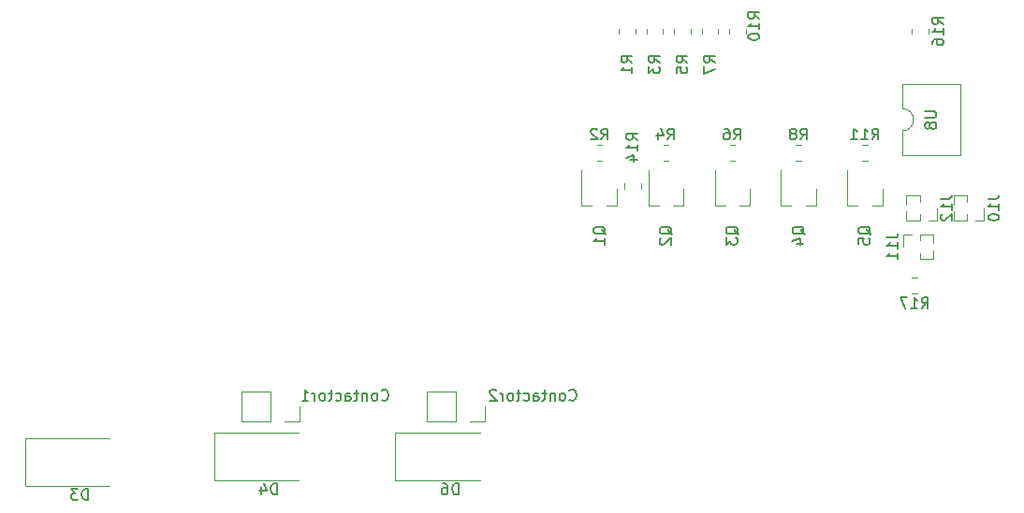
<source format=gbr>
%TF.GenerationSoftware,KiCad,Pcbnew,7.0.9*%
%TF.CreationDate,2024-06-03T12:22:40+05:30*%
%TF.ProjectId,Precharge,50726563-6861-4726-9765-2e6b69636164,rev?*%
%TF.SameCoordinates,Original*%
%TF.FileFunction,Legend,Bot*%
%TF.FilePolarity,Positive*%
%FSLAX46Y46*%
G04 Gerber Fmt 4.6, Leading zero omitted, Abs format (unit mm)*
G04 Created by KiCad (PCBNEW 7.0.9) date 2024-06-03 12:22:40*
%MOMM*%
%LPD*%
G01*
G04 APERTURE LIST*
%ADD10C,0.150000*%
%ADD11C,0.120000*%
G04 APERTURE END LIST*
D10*
X122454819Y-26238095D02*
X123264342Y-26238095D01*
X123264342Y-26238095D02*
X123359580Y-26285714D01*
X123359580Y-26285714D02*
X123407200Y-26333333D01*
X123407200Y-26333333D02*
X123454819Y-26428571D01*
X123454819Y-26428571D02*
X123454819Y-26619047D01*
X123454819Y-26619047D02*
X123407200Y-26714285D01*
X123407200Y-26714285D02*
X123359580Y-26761904D01*
X123359580Y-26761904D02*
X123264342Y-26809523D01*
X123264342Y-26809523D02*
X122454819Y-26809523D01*
X122883390Y-27428571D02*
X122835771Y-27333333D01*
X122835771Y-27333333D02*
X122788152Y-27285714D01*
X122788152Y-27285714D02*
X122692914Y-27238095D01*
X122692914Y-27238095D02*
X122645295Y-27238095D01*
X122645295Y-27238095D02*
X122550057Y-27285714D01*
X122550057Y-27285714D02*
X122502438Y-27333333D01*
X122502438Y-27333333D02*
X122454819Y-27428571D01*
X122454819Y-27428571D02*
X122454819Y-27619047D01*
X122454819Y-27619047D02*
X122502438Y-27714285D01*
X122502438Y-27714285D02*
X122550057Y-27761904D01*
X122550057Y-27761904D02*
X122645295Y-27809523D01*
X122645295Y-27809523D02*
X122692914Y-27809523D01*
X122692914Y-27809523D02*
X122788152Y-27761904D01*
X122788152Y-27761904D02*
X122835771Y-27714285D01*
X122835771Y-27714285D02*
X122883390Y-27619047D01*
X122883390Y-27619047D02*
X122883390Y-27428571D01*
X122883390Y-27428571D02*
X122931009Y-27333333D01*
X122931009Y-27333333D02*
X122978628Y-27285714D01*
X122978628Y-27285714D02*
X123073866Y-27238095D01*
X123073866Y-27238095D02*
X123264342Y-27238095D01*
X123264342Y-27238095D02*
X123359580Y-27285714D01*
X123359580Y-27285714D02*
X123407200Y-27333333D01*
X123407200Y-27333333D02*
X123454819Y-27428571D01*
X123454819Y-27428571D02*
X123454819Y-27619047D01*
X123454819Y-27619047D02*
X123407200Y-27714285D01*
X123407200Y-27714285D02*
X123359580Y-27761904D01*
X123359580Y-27761904D02*
X123264342Y-27809523D01*
X123264342Y-27809523D02*
X123073866Y-27809523D01*
X123073866Y-27809523D02*
X122978628Y-27761904D01*
X122978628Y-27761904D02*
X122931009Y-27714285D01*
X122931009Y-27714285D02*
X122883390Y-27619047D01*
X122142857Y-44104819D02*
X122476190Y-43628628D01*
X122714285Y-44104819D02*
X122714285Y-43104819D01*
X122714285Y-43104819D02*
X122333333Y-43104819D01*
X122333333Y-43104819D02*
X122238095Y-43152438D01*
X122238095Y-43152438D02*
X122190476Y-43200057D01*
X122190476Y-43200057D02*
X122142857Y-43295295D01*
X122142857Y-43295295D02*
X122142857Y-43438152D01*
X122142857Y-43438152D02*
X122190476Y-43533390D01*
X122190476Y-43533390D02*
X122238095Y-43581009D01*
X122238095Y-43581009D02*
X122333333Y-43628628D01*
X122333333Y-43628628D02*
X122714285Y-43628628D01*
X121190476Y-44104819D02*
X121761904Y-44104819D01*
X121476190Y-44104819D02*
X121476190Y-43104819D01*
X121476190Y-43104819D02*
X121571428Y-43247676D01*
X121571428Y-43247676D02*
X121666666Y-43342914D01*
X121666666Y-43342914D02*
X121761904Y-43390533D01*
X120857142Y-43104819D02*
X120190476Y-43104819D01*
X120190476Y-43104819D02*
X120619047Y-44104819D01*
X124104819Y-18357142D02*
X123628628Y-18023809D01*
X124104819Y-17785714D02*
X123104819Y-17785714D01*
X123104819Y-17785714D02*
X123104819Y-18166666D01*
X123104819Y-18166666D02*
X123152438Y-18261904D01*
X123152438Y-18261904D02*
X123200057Y-18309523D01*
X123200057Y-18309523D02*
X123295295Y-18357142D01*
X123295295Y-18357142D02*
X123438152Y-18357142D01*
X123438152Y-18357142D02*
X123533390Y-18309523D01*
X123533390Y-18309523D02*
X123581009Y-18261904D01*
X123581009Y-18261904D02*
X123628628Y-18166666D01*
X123628628Y-18166666D02*
X123628628Y-17785714D01*
X124104819Y-19309523D02*
X124104819Y-18738095D01*
X124104819Y-19023809D02*
X123104819Y-19023809D01*
X123104819Y-19023809D02*
X123247676Y-18928571D01*
X123247676Y-18928571D02*
X123342914Y-18833333D01*
X123342914Y-18833333D02*
X123390533Y-18738095D01*
X123104819Y-20166666D02*
X123104819Y-19976190D01*
X123104819Y-19976190D02*
X123152438Y-19880952D01*
X123152438Y-19880952D02*
X123200057Y-19833333D01*
X123200057Y-19833333D02*
X123342914Y-19738095D01*
X123342914Y-19738095D02*
X123533390Y-19690476D01*
X123533390Y-19690476D02*
X123914342Y-19690476D01*
X123914342Y-19690476D02*
X124009580Y-19738095D01*
X124009580Y-19738095D02*
X124057200Y-19785714D01*
X124057200Y-19785714D02*
X124104819Y-19880952D01*
X124104819Y-19880952D02*
X124104819Y-20071428D01*
X124104819Y-20071428D02*
X124057200Y-20166666D01*
X124057200Y-20166666D02*
X124009580Y-20214285D01*
X124009580Y-20214285D02*
X123914342Y-20261904D01*
X123914342Y-20261904D02*
X123676247Y-20261904D01*
X123676247Y-20261904D02*
X123581009Y-20214285D01*
X123581009Y-20214285D02*
X123533390Y-20166666D01*
X123533390Y-20166666D02*
X123485771Y-20071428D01*
X123485771Y-20071428D02*
X123485771Y-19880952D01*
X123485771Y-19880952D02*
X123533390Y-19785714D01*
X123533390Y-19785714D02*
X123581009Y-19738095D01*
X123581009Y-19738095D02*
X123676247Y-19690476D01*
X123879819Y-34190476D02*
X124594104Y-34190476D01*
X124594104Y-34190476D02*
X124736961Y-34142857D01*
X124736961Y-34142857D02*
X124832200Y-34047619D01*
X124832200Y-34047619D02*
X124879819Y-33904762D01*
X124879819Y-33904762D02*
X124879819Y-33809524D01*
X124879819Y-35190476D02*
X124879819Y-34619048D01*
X124879819Y-34904762D02*
X123879819Y-34904762D01*
X123879819Y-34904762D02*
X124022676Y-34809524D01*
X124022676Y-34809524D02*
X124117914Y-34714286D01*
X124117914Y-34714286D02*
X124165533Y-34619048D01*
X123975057Y-35571429D02*
X123927438Y-35619048D01*
X123927438Y-35619048D02*
X123879819Y-35714286D01*
X123879819Y-35714286D02*
X123879819Y-35952381D01*
X123879819Y-35952381D02*
X123927438Y-36047619D01*
X123927438Y-36047619D02*
X123975057Y-36095238D01*
X123975057Y-36095238D02*
X124070295Y-36142857D01*
X124070295Y-36142857D02*
X124165533Y-36142857D01*
X124165533Y-36142857D02*
X124308390Y-36095238D01*
X124308390Y-36095238D02*
X124879819Y-35523810D01*
X124879819Y-35523810D02*
X124879819Y-36142857D01*
X118989819Y-37690476D02*
X119704104Y-37690476D01*
X119704104Y-37690476D02*
X119846961Y-37642857D01*
X119846961Y-37642857D02*
X119942200Y-37547619D01*
X119942200Y-37547619D02*
X119989819Y-37404762D01*
X119989819Y-37404762D02*
X119989819Y-37309524D01*
X119989819Y-38690476D02*
X119989819Y-38119048D01*
X119989819Y-38404762D02*
X118989819Y-38404762D01*
X118989819Y-38404762D02*
X119132676Y-38309524D01*
X119132676Y-38309524D02*
X119227914Y-38214286D01*
X119227914Y-38214286D02*
X119275533Y-38119048D01*
X119989819Y-39642857D02*
X119989819Y-39071429D01*
X119989819Y-39357143D02*
X118989819Y-39357143D01*
X118989819Y-39357143D02*
X119132676Y-39261905D01*
X119132676Y-39261905D02*
X119227914Y-39166667D01*
X119227914Y-39166667D02*
X119275533Y-39071429D01*
X128149819Y-34190476D02*
X128864104Y-34190476D01*
X128864104Y-34190476D02*
X129006961Y-34142857D01*
X129006961Y-34142857D02*
X129102200Y-34047619D01*
X129102200Y-34047619D02*
X129149819Y-33904762D01*
X129149819Y-33904762D02*
X129149819Y-33809524D01*
X129149819Y-35190476D02*
X129149819Y-34619048D01*
X129149819Y-34904762D02*
X128149819Y-34904762D01*
X128149819Y-34904762D02*
X128292676Y-34809524D01*
X128292676Y-34809524D02*
X128387914Y-34714286D01*
X128387914Y-34714286D02*
X128435533Y-34619048D01*
X128149819Y-35809524D02*
X128149819Y-35904762D01*
X128149819Y-35904762D02*
X128197438Y-36000000D01*
X128197438Y-36000000D02*
X128245057Y-36047619D01*
X128245057Y-36047619D02*
X128340295Y-36095238D01*
X128340295Y-36095238D02*
X128530771Y-36142857D01*
X128530771Y-36142857D02*
X128768866Y-36142857D01*
X128768866Y-36142857D02*
X128959342Y-36095238D01*
X128959342Y-36095238D02*
X129054580Y-36047619D01*
X129054580Y-36047619D02*
X129102200Y-36000000D01*
X129102200Y-36000000D02*
X129149819Y-35904762D01*
X129149819Y-35904762D02*
X129149819Y-35809524D01*
X129149819Y-35809524D02*
X129102200Y-35714286D01*
X129102200Y-35714286D02*
X129054580Y-35666667D01*
X129054580Y-35666667D02*
X128959342Y-35619048D01*
X128959342Y-35619048D02*
X128768866Y-35571429D01*
X128768866Y-35571429D02*
X128530771Y-35571429D01*
X128530771Y-35571429D02*
X128340295Y-35619048D01*
X128340295Y-35619048D02*
X128245057Y-35666667D01*
X128245057Y-35666667D02*
X128197438Y-35714286D01*
X128197438Y-35714286D02*
X128149819Y-35809524D01*
X96454819Y-28857142D02*
X95978628Y-28523809D01*
X96454819Y-28285714D02*
X95454819Y-28285714D01*
X95454819Y-28285714D02*
X95454819Y-28666666D01*
X95454819Y-28666666D02*
X95502438Y-28761904D01*
X95502438Y-28761904D02*
X95550057Y-28809523D01*
X95550057Y-28809523D02*
X95645295Y-28857142D01*
X95645295Y-28857142D02*
X95788152Y-28857142D01*
X95788152Y-28857142D02*
X95883390Y-28809523D01*
X95883390Y-28809523D02*
X95931009Y-28761904D01*
X95931009Y-28761904D02*
X95978628Y-28666666D01*
X95978628Y-28666666D02*
X95978628Y-28285714D01*
X96454819Y-29809523D02*
X96454819Y-29238095D01*
X96454819Y-29523809D02*
X95454819Y-29523809D01*
X95454819Y-29523809D02*
X95597676Y-29428571D01*
X95597676Y-29428571D02*
X95692914Y-29333333D01*
X95692914Y-29333333D02*
X95740533Y-29238095D01*
X95788152Y-30666666D02*
X96454819Y-30666666D01*
X95407200Y-30428571D02*
X96121485Y-30190476D01*
X96121485Y-30190476D02*
X96121485Y-30809523D01*
X99166666Y-28804819D02*
X99499999Y-28328628D01*
X99738094Y-28804819D02*
X99738094Y-27804819D01*
X99738094Y-27804819D02*
X99357142Y-27804819D01*
X99357142Y-27804819D02*
X99261904Y-27852438D01*
X99261904Y-27852438D02*
X99214285Y-27900057D01*
X99214285Y-27900057D02*
X99166666Y-27995295D01*
X99166666Y-27995295D02*
X99166666Y-28138152D01*
X99166666Y-28138152D02*
X99214285Y-28233390D01*
X99214285Y-28233390D02*
X99261904Y-28281009D01*
X99261904Y-28281009D02*
X99357142Y-28328628D01*
X99357142Y-28328628D02*
X99738094Y-28328628D01*
X98309523Y-28138152D02*
X98309523Y-28804819D01*
X98547618Y-27757200D02*
X98785713Y-28471485D01*
X98785713Y-28471485D02*
X98166666Y-28471485D01*
X117550057Y-37404761D02*
X117502438Y-37309523D01*
X117502438Y-37309523D02*
X117407200Y-37214285D01*
X117407200Y-37214285D02*
X117264342Y-37071428D01*
X117264342Y-37071428D02*
X117216723Y-36976190D01*
X117216723Y-36976190D02*
X117216723Y-36880952D01*
X117454819Y-36928571D02*
X117407200Y-36833333D01*
X117407200Y-36833333D02*
X117311961Y-36738095D01*
X117311961Y-36738095D02*
X117121485Y-36690476D01*
X117121485Y-36690476D02*
X116788152Y-36690476D01*
X116788152Y-36690476D02*
X116597676Y-36738095D01*
X116597676Y-36738095D02*
X116502438Y-36833333D01*
X116502438Y-36833333D02*
X116454819Y-36928571D01*
X116454819Y-36928571D02*
X116454819Y-37119047D01*
X116454819Y-37119047D02*
X116502438Y-37214285D01*
X116502438Y-37214285D02*
X116597676Y-37309523D01*
X116597676Y-37309523D02*
X116788152Y-37357142D01*
X116788152Y-37357142D02*
X117121485Y-37357142D01*
X117121485Y-37357142D02*
X117311961Y-37309523D01*
X117311961Y-37309523D02*
X117407200Y-37214285D01*
X117407200Y-37214285D02*
X117454819Y-37119047D01*
X117454819Y-37119047D02*
X117454819Y-36928571D01*
X116454819Y-38261904D02*
X116454819Y-37785714D01*
X116454819Y-37785714D02*
X116931009Y-37738095D01*
X116931009Y-37738095D02*
X116883390Y-37785714D01*
X116883390Y-37785714D02*
X116835771Y-37880952D01*
X116835771Y-37880952D02*
X116835771Y-38119047D01*
X116835771Y-38119047D02*
X116883390Y-38214285D01*
X116883390Y-38214285D02*
X116931009Y-38261904D01*
X116931009Y-38261904D02*
X117026247Y-38309523D01*
X117026247Y-38309523D02*
X117264342Y-38309523D01*
X117264342Y-38309523D02*
X117359580Y-38261904D01*
X117359580Y-38261904D02*
X117407200Y-38214285D01*
X117407200Y-38214285D02*
X117454819Y-38119047D01*
X117454819Y-38119047D02*
X117454819Y-37880952D01*
X117454819Y-37880952D02*
X117407200Y-37785714D01*
X117407200Y-37785714D02*
X117359580Y-37738095D01*
X90285715Y-52359580D02*
X90333334Y-52407200D01*
X90333334Y-52407200D02*
X90476191Y-52454819D01*
X90476191Y-52454819D02*
X90571429Y-52454819D01*
X90571429Y-52454819D02*
X90714286Y-52407200D01*
X90714286Y-52407200D02*
X90809524Y-52311961D01*
X90809524Y-52311961D02*
X90857143Y-52216723D01*
X90857143Y-52216723D02*
X90904762Y-52026247D01*
X90904762Y-52026247D02*
X90904762Y-51883390D01*
X90904762Y-51883390D02*
X90857143Y-51692914D01*
X90857143Y-51692914D02*
X90809524Y-51597676D01*
X90809524Y-51597676D02*
X90714286Y-51502438D01*
X90714286Y-51502438D02*
X90571429Y-51454819D01*
X90571429Y-51454819D02*
X90476191Y-51454819D01*
X90476191Y-51454819D02*
X90333334Y-51502438D01*
X90333334Y-51502438D02*
X90285715Y-51550057D01*
X89714286Y-52454819D02*
X89809524Y-52407200D01*
X89809524Y-52407200D02*
X89857143Y-52359580D01*
X89857143Y-52359580D02*
X89904762Y-52264342D01*
X89904762Y-52264342D02*
X89904762Y-51978628D01*
X89904762Y-51978628D02*
X89857143Y-51883390D01*
X89857143Y-51883390D02*
X89809524Y-51835771D01*
X89809524Y-51835771D02*
X89714286Y-51788152D01*
X89714286Y-51788152D02*
X89571429Y-51788152D01*
X89571429Y-51788152D02*
X89476191Y-51835771D01*
X89476191Y-51835771D02*
X89428572Y-51883390D01*
X89428572Y-51883390D02*
X89380953Y-51978628D01*
X89380953Y-51978628D02*
X89380953Y-52264342D01*
X89380953Y-52264342D02*
X89428572Y-52359580D01*
X89428572Y-52359580D02*
X89476191Y-52407200D01*
X89476191Y-52407200D02*
X89571429Y-52454819D01*
X89571429Y-52454819D02*
X89714286Y-52454819D01*
X88952381Y-51788152D02*
X88952381Y-52454819D01*
X88952381Y-51883390D02*
X88904762Y-51835771D01*
X88904762Y-51835771D02*
X88809524Y-51788152D01*
X88809524Y-51788152D02*
X88666667Y-51788152D01*
X88666667Y-51788152D02*
X88571429Y-51835771D01*
X88571429Y-51835771D02*
X88523810Y-51931009D01*
X88523810Y-51931009D02*
X88523810Y-52454819D01*
X88190476Y-51788152D02*
X87809524Y-51788152D01*
X88047619Y-51454819D02*
X88047619Y-52311961D01*
X88047619Y-52311961D02*
X88000000Y-52407200D01*
X88000000Y-52407200D02*
X87904762Y-52454819D01*
X87904762Y-52454819D02*
X87809524Y-52454819D01*
X87047619Y-52454819D02*
X87047619Y-51931009D01*
X87047619Y-51931009D02*
X87095238Y-51835771D01*
X87095238Y-51835771D02*
X87190476Y-51788152D01*
X87190476Y-51788152D02*
X87380952Y-51788152D01*
X87380952Y-51788152D02*
X87476190Y-51835771D01*
X87047619Y-52407200D02*
X87142857Y-52454819D01*
X87142857Y-52454819D02*
X87380952Y-52454819D01*
X87380952Y-52454819D02*
X87476190Y-52407200D01*
X87476190Y-52407200D02*
X87523809Y-52311961D01*
X87523809Y-52311961D02*
X87523809Y-52216723D01*
X87523809Y-52216723D02*
X87476190Y-52121485D01*
X87476190Y-52121485D02*
X87380952Y-52073866D01*
X87380952Y-52073866D02*
X87142857Y-52073866D01*
X87142857Y-52073866D02*
X87047619Y-52026247D01*
X86142857Y-52407200D02*
X86238095Y-52454819D01*
X86238095Y-52454819D02*
X86428571Y-52454819D01*
X86428571Y-52454819D02*
X86523809Y-52407200D01*
X86523809Y-52407200D02*
X86571428Y-52359580D01*
X86571428Y-52359580D02*
X86619047Y-52264342D01*
X86619047Y-52264342D02*
X86619047Y-51978628D01*
X86619047Y-51978628D02*
X86571428Y-51883390D01*
X86571428Y-51883390D02*
X86523809Y-51835771D01*
X86523809Y-51835771D02*
X86428571Y-51788152D01*
X86428571Y-51788152D02*
X86238095Y-51788152D01*
X86238095Y-51788152D02*
X86142857Y-51835771D01*
X85857142Y-51788152D02*
X85476190Y-51788152D01*
X85714285Y-51454819D02*
X85714285Y-52311961D01*
X85714285Y-52311961D02*
X85666666Y-52407200D01*
X85666666Y-52407200D02*
X85571428Y-52454819D01*
X85571428Y-52454819D02*
X85476190Y-52454819D01*
X84999999Y-52454819D02*
X85095237Y-52407200D01*
X85095237Y-52407200D02*
X85142856Y-52359580D01*
X85142856Y-52359580D02*
X85190475Y-52264342D01*
X85190475Y-52264342D02*
X85190475Y-51978628D01*
X85190475Y-51978628D02*
X85142856Y-51883390D01*
X85142856Y-51883390D02*
X85095237Y-51835771D01*
X85095237Y-51835771D02*
X84999999Y-51788152D01*
X84999999Y-51788152D02*
X84857142Y-51788152D01*
X84857142Y-51788152D02*
X84761904Y-51835771D01*
X84761904Y-51835771D02*
X84714285Y-51883390D01*
X84714285Y-51883390D02*
X84666666Y-51978628D01*
X84666666Y-51978628D02*
X84666666Y-52264342D01*
X84666666Y-52264342D02*
X84714285Y-52359580D01*
X84714285Y-52359580D02*
X84761904Y-52407200D01*
X84761904Y-52407200D02*
X84857142Y-52454819D01*
X84857142Y-52454819D02*
X84999999Y-52454819D01*
X84238094Y-52454819D02*
X84238094Y-51788152D01*
X84238094Y-51978628D02*
X84190475Y-51883390D01*
X84190475Y-51883390D02*
X84142856Y-51835771D01*
X84142856Y-51835771D02*
X84047618Y-51788152D01*
X84047618Y-51788152D02*
X83952380Y-51788152D01*
X83666665Y-51550057D02*
X83619046Y-51502438D01*
X83619046Y-51502438D02*
X83523808Y-51454819D01*
X83523808Y-51454819D02*
X83285713Y-51454819D01*
X83285713Y-51454819D02*
X83190475Y-51502438D01*
X83190475Y-51502438D02*
X83142856Y-51550057D01*
X83142856Y-51550057D02*
X83095237Y-51645295D01*
X83095237Y-51645295D02*
X83095237Y-51740533D01*
X83095237Y-51740533D02*
X83142856Y-51883390D01*
X83142856Y-51883390D02*
X83714284Y-52454819D01*
X83714284Y-52454819D02*
X83095237Y-52454819D01*
X105166666Y-28804819D02*
X105499999Y-28328628D01*
X105738094Y-28804819D02*
X105738094Y-27804819D01*
X105738094Y-27804819D02*
X105357142Y-27804819D01*
X105357142Y-27804819D02*
X105261904Y-27852438D01*
X105261904Y-27852438D02*
X105214285Y-27900057D01*
X105214285Y-27900057D02*
X105166666Y-27995295D01*
X105166666Y-27995295D02*
X105166666Y-28138152D01*
X105166666Y-28138152D02*
X105214285Y-28233390D01*
X105214285Y-28233390D02*
X105261904Y-28281009D01*
X105261904Y-28281009D02*
X105357142Y-28328628D01*
X105357142Y-28328628D02*
X105738094Y-28328628D01*
X104309523Y-27804819D02*
X104499999Y-27804819D01*
X104499999Y-27804819D02*
X104595237Y-27852438D01*
X104595237Y-27852438D02*
X104642856Y-27900057D01*
X104642856Y-27900057D02*
X104738094Y-28042914D01*
X104738094Y-28042914D02*
X104785713Y-28233390D01*
X104785713Y-28233390D02*
X104785713Y-28614342D01*
X104785713Y-28614342D02*
X104738094Y-28709580D01*
X104738094Y-28709580D02*
X104690475Y-28757200D01*
X104690475Y-28757200D02*
X104595237Y-28804819D01*
X104595237Y-28804819D02*
X104404761Y-28804819D01*
X104404761Y-28804819D02*
X104309523Y-28757200D01*
X104309523Y-28757200D02*
X104261904Y-28709580D01*
X104261904Y-28709580D02*
X104214285Y-28614342D01*
X104214285Y-28614342D02*
X104214285Y-28376247D01*
X104214285Y-28376247D02*
X104261904Y-28281009D01*
X104261904Y-28281009D02*
X104309523Y-28233390D01*
X104309523Y-28233390D02*
X104404761Y-28185771D01*
X104404761Y-28185771D02*
X104595237Y-28185771D01*
X104595237Y-28185771D02*
X104690475Y-28233390D01*
X104690475Y-28233390D02*
X104738094Y-28281009D01*
X104738094Y-28281009D02*
X104785713Y-28376247D01*
X93166666Y-28804819D02*
X93499999Y-28328628D01*
X93738094Y-28804819D02*
X93738094Y-27804819D01*
X93738094Y-27804819D02*
X93357142Y-27804819D01*
X93357142Y-27804819D02*
X93261904Y-27852438D01*
X93261904Y-27852438D02*
X93214285Y-27900057D01*
X93214285Y-27900057D02*
X93166666Y-27995295D01*
X93166666Y-27995295D02*
X93166666Y-28138152D01*
X93166666Y-28138152D02*
X93214285Y-28233390D01*
X93214285Y-28233390D02*
X93261904Y-28281009D01*
X93261904Y-28281009D02*
X93357142Y-28328628D01*
X93357142Y-28328628D02*
X93738094Y-28328628D01*
X92785713Y-27900057D02*
X92738094Y-27852438D01*
X92738094Y-27852438D02*
X92642856Y-27804819D01*
X92642856Y-27804819D02*
X92404761Y-27804819D01*
X92404761Y-27804819D02*
X92309523Y-27852438D01*
X92309523Y-27852438D02*
X92261904Y-27900057D01*
X92261904Y-27900057D02*
X92214285Y-27995295D01*
X92214285Y-27995295D02*
X92214285Y-28090533D01*
X92214285Y-28090533D02*
X92261904Y-28233390D01*
X92261904Y-28233390D02*
X92833332Y-28804819D01*
X92833332Y-28804819D02*
X92214285Y-28804819D01*
X93550057Y-37404761D02*
X93502438Y-37309523D01*
X93502438Y-37309523D02*
X93407200Y-37214285D01*
X93407200Y-37214285D02*
X93264342Y-37071428D01*
X93264342Y-37071428D02*
X93216723Y-36976190D01*
X93216723Y-36976190D02*
X93216723Y-36880952D01*
X93454819Y-36928571D02*
X93407200Y-36833333D01*
X93407200Y-36833333D02*
X93311961Y-36738095D01*
X93311961Y-36738095D02*
X93121485Y-36690476D01*
X93121485Y-36690476D02*
X92788152Y-36690476D01*
X92788152Y-36690476D02*
X92597676Y-36738095D01*
X92597676Y-36738095D02*
X92502438Y-36833333D01*
X92502438Y-36833333D02*
X92454819Y-36928571D01*
X92454819Y-36928571D02*
X92454819Y-37119047D01*
X92454819Y-37119047D02*
X92502438Y-37214285D01*
X92502438Y-37214285D02*
X92597676Y-37309523D01*
X92597676Y-37309523D02*
X92788152Y-37357142D01*
X92788152Y-37357142D02*
X93121485Y-37357142D01*
X93121485Y-37357142D02*
X93311961Y-37309523D01*
X93311961Y-37309523D02*
X93407200Y-37214285D01*
X93407200Y-37214285D02*
X93454819Y-37119047D01*
X93454819Y-37119047D02*
X93454819Y-36928571D01*
X93454819Y-38309523D02*
X93454819Y-37738095D01*
X93454819Y-38023809D02*
X92454819Y-38023809D01*
X92454819Y-38023809D02*
X92597676Y-37928571D01*
X92597676Y-37928571D02*
X92692914Y-37833333D01*
X92692914Y-37833333D02*
X92740533Y-37738095D01*
X111550057Y-37404761D02*
X111502438Y-37309523D01*
X111502438Y-37309523D02*
X111407200Y-37214285D01*
X111407200Y-37214285D02*
X111264342Y-37071428D01*
X111264342Y-37071428D02*
X111216723Y-36976190D01*
X111216723Y-36976190D02*
X111216723Y-36880952D01*
X111454819Y-36928571D02*
X111407200Y-36833333D01*
X111407200Y-36833333D02*
X111311961Y-36738095D01*
X111311961Y-36738095D02*
X111121485Y-36690476D01*
X111121485Y-36690476D02*
X110788152Y-36690476D01*
X110788152Y-36690476D02*
X110597676Y-36738095D01*
X110597676Y-36738095D02*
X110502438Y-36833333D01*
X110502438Y-36833333D02*
X110454819Y-36928571D01*
X110454819Y-36928571D02*
X110454819Y-37119047D01*
X110454819Y-37119047D02*
X110502438Y-37214285D01*
X110502438Y-37214285D02*
X110597676Y-37309523D01*
X110597676Y-37309523D02*
X110788152Y-37357142D01*
X110788152Y-37357142D02*
X111121485Y-37357142D01*
X111121485Y-37357142D02*
X111311961Y-37309523D01*
X111311961Y-37309523D02*
X111407200Y-37214285D01*
X111407200Y-37214285D02*
X111454819Y-37119047D01*
X111454819Y-37119047D02*
X111454819Y-36928571D01*
X110788152Y-38214285D02*
X111454819Y-38214285D01*
X110407200Y-37976190D02*
X111121485Y-37738095D01*
X111121485Y-37738095D02*
X111121485Y-38357142D01*
X98454819Y-21833333D02*
X97978628Y-21500000D01*
X98454819Y-21261905D02*
X97454819Y-21261905D01*
X97454819Y-21261905D02*
X97454819Y-21642857D01*
X97454819Y-21642857D02*
X97502438Y-21738095D01*
X97502438Y-21738095D02*
X97550057Y-21785714D01*
X97550057Y-21785714D02*
X97645295Y-21833333D01*
X97645295Y-21833333D02*
X97788152Y-21833333D01*
X97788152Y-21833333D02*
X97883390Y-21785714D01*
X97883390Y-21785714D02*
X97931009Y-21738095D01*
X97931009Y-21738095D02*
X97978628Y-21642857D01*
X97978628Y-21642857D02*
X97978628Y-21261905D01*
X97454819Y-22166667D02*
X97454819Y-22785714D01*
X97454819Y-22785714D02*
X97835771Y-22452381D01*
X97835771Y-22452381D02*
X97835771Y-22595238D01*
X97835771Y-22595238D02*
X97883390Y-22690476D01*
X97883390Y-22690476D02*
X97931009Y-22738095D01*
X97931009Y-22738095D02*
X98026247Y-22785714D01*
X98026247Y-22785714D02*
X98264342Y-22785714D01*
X98264342Y-22785714D02*
X98359580Y-22738095D01*
X98359580Y-22738095D02*
X98407200Y-22690476D01*
X98407200Y-22690476D02*
X98454819Y-22595238D01*
X98454819Y-22595238D02*
X98454819Y-22309524D01*
X98454819Y-22309524D02*
X98407200Y-22214286D01*
X98407200Y-22214286D02*
X98359580Y-22166667D01*
X73285715Y-52359580D02*
X73333334Y-52407200D01*
X73333334Y-52407200D02*
X73476191Y-52454819D01*
X73476191Y-52454819D02*
X73571429Y-52454819D01*
X73571429Y-52454819D02*
X73714286Y-52407200D01*
X73714286Y-52407200D02*
X73809524Y-52311961D01*
X73809524Y-52311961D02*
X73857143Y-52216723D01*
X73857143Y-52216723D02*
X73904762Y-52026247D01*
X73904762Y-52026247D02*
X73904762Y-51883390D01*
X73904762Y-51883390D02*
X73857143Y-51692914D01*
X73857143Y-51692914D02*
X73809524Y-51597676D01*
X73809524Y-51597676D02*
X73714286Y-51502438D01*
X73714286Y-51502438D02*
X73571429Y-51454819D01*
X73571429Y-51454819D02*
X73476191Y-51454819D01*
X73476191Y-51454819D02*
X73333334Y-51502438D01*
X73333334Y-51502438D02*
X73285715Y-51550057D01*
X72714286Y-52454819D02*
X72809524Y-52407200D01*
X72809524Y-52407200D02*
X72857143Y-52359580D01*
X72857143Y-52359580D02*
X72904762Y-52264342D01*
X72904762Y-52264342D02*
X72904762Y-51978628D01*
X72904762Y-51978628D02*
X72857143Y-51883390D01*
X72857143Y-51883390D02*
X72809524Y-51835771D01*
X72809524Y-51835771D02*
X72714286Y-51788152D01*
X72714286Y-51788152D02*
X72571429Y-51788152D01*
X72571429Y-51788152D02*
X72476191Y-51835771D01*
X72476191Y-51835771D02*
X72428572Y-51883390D01*
X72428572Y-51883390D02*
X72380953Y-51978628D01*
X72380953Y-51978628D02*
X72380953Y-52264342D01*
X72380953Y-52264342D02*
X72428572Y-52359580D01*
X72428572Y-52359580D02*
X72476191Y-52407200D01*
X72476191Y-52407200D02*
X72571429Y-52454819D01*
X72571429Y-52454819D02*
X72714286Y-52454819D01*
X71952381Y-51788152D02*
X71952381Y-52454819D01*
X71952381Y-51883390D02*
X71904762Y-51835771D01*
X71904762Y-51835771D02*
X71809524Y-51788152D01*
X71809524Y-51788152D02*
X71666667Y-51788152D01*
X71666667Y-51788152D02*
X71571429Y-51835771D01*
X71571429Y-51835771D02*
X71523810Y-51931009D01*
X71523810Y-51931009D02*
X71523810Y-52454819D01*
X71190476Y-51788152D02*
X70809524Y-51788152D01*
X71047619Y-51454819D02*
X71047619Y-52311961D01*
X71047619Y-52311961D02*
X71000000Y-52407200D01*
X71000000Y-52407200D02*
X70904762Y-52454819D01*
X70904762Y-52454819D02*
X70809524Y-52454819D01*
X70047619Y-52454819D02*
X70047619Y-51931009D01*
X70047619Y-51931009D02*
X70095238Y-51835771D01*
X70095238Y-51835771D02*
X70190476Y-51788152D01*
X70190476Y-51788152D02*
X70380952Y-51788152D01*
X70380952Y-51788152D02*
X70476190Y-51835771D01*
X70047619Y-52407200D02*
X70142857Y-52454819D01*
X70142857Y-52454819D02*
X70380952Y-52454819D01*
X70380952Y-52454819D02*
X70476190Y-52407200D01*
X70476190Y-52407200D02*
X70523809Y-52311961D01*
X70523809Y-52311961D02*
X70523809Y-52216723D01*
X70523809Y-52216723D02*
X70476190Y-52121485D01*
X70476190Y-52121485D02*
X70380952Y-52073866D01*
X70380952Y-52073866D02*
X70142857Y-52073866D01*
X70142857Y-52073866D02*
X70047619Y-52026247D01*
X69142857Y-52407200D02*
X69238095Y-52454819D01*
X69238095Y-52454819D02*
X69428571Y-52454819D01*
X69428571Y-52454819D02*
X69523809Y-52407200D01*
X69523809Y-52407200D02*
X69571428Y-52359580D01*
X69571428Y-52359580D02*
X69619047Y-52264342D01*
X69619047Y-52264342D02*
X69619047Y-51978628D01*
X69619047Y-51978628D02*
X69571428Y-51883390D01*
X69571428Y-51883390D02*
X69523809Y-51835771D01*
X69523809Y-51835771D02*
X69428571Y-51788152D01*
X69428571Y-51788152D02*
X69238095Y-51788152D01*
X69238095Y-51788152D02*
X69142857Y-51835771D01*
X68857142Y-51788152D02*
X68476190Y-51788152D01*
X68714285Y-51454819D02*
X68714285Y-52311961D01*
X68714285Y-52311961D02*
X68666666Y-52407200D01*
X68666666Y-52407200D02*
X68571428Y-52454819D01*
X68571428Y-52454819D02*
X68476190Y-52454819D01*
X67999999Y-52454819D02*
X68095237Y-52407200D01*
X68095237Y-52407200D02*
X68142856Y-52359580D01*
X68142856Y-52359580D02*
X68190475Y-52264342D01*
X68190475Y-52264342D02*
X68190475Y-51978628D01*
X68190475Y-51978628D02*
X68142856Y-51883390D01*
X68142856Y-51883390D02*
X68095237Y-51835771D01*
X68095237Y-51835771D02*
X67999999Y-51788152D01*
X67999999Y-51788152D02*
X67857142Y-51788152D01*
X67857142Y-51788152D02*
X67761904Y-51835771D01*
X67761904Y-51835771D02*
X67714285Y-51883390D01*
X67714285Y-51883390D02*
X67666666Y-51978628D01*
X67666666Y-51978628D02*
X67666666Y-52264342D01*
X67666666Y-52264342D02*
X67714285Y-52359580D01*
X67714285Y-52359580D02*
X67761904Y-52407200D01*
X67761904Y-52407200D02*
X67857142Y-52454819D01*
X67857142Y-52454819D02*
X67999999Y-52454819D01*
X67238094Y-52454819D02*
X67238094Y-51788152D01*
X67238094Y-51978628D02*
X67190475Y-51883390D01*
X67190475Y-51883390D02*
X67142856Y-51835771D01*
X67142856Y-51835771D02*
X67047618Y-51788152D01*
X67047618Y-51788152D02*
X66952380Y-51788152D01*
X66095237Y-52454819D02*
X66666665Y-52454819D01*
X66380951Y-52454819D02*
X66380951Y-51454819D01*
X66380951Y-51454819D02*
X66476189Y-51597676D01*
X66476189Y-51597676D02*
X66571427Y-51692914D01*
X66571427Y-51692914D02*
X66666665Y-51740533D01*
X80238094Y-60954819D02*
X80238094Y-59954819D01*
X80238094Y-59954819D02*
X79999999Y-59954819D01*
X79999999Y-59954819D02*
X79857142Y-60002438D01*
X79857142Y-60002438D02*
X79761904Y-60097676D01*
X79761904Y-60097676D02*
X79714285Y-60192914D01*
X79714285Y-60192914D02*
X79666666Y-60383390D01*
X79666666Y-60383390D02*
X79666666Y-60526247D01*
X79666666Y-60526247D02*
X79714285Y-60716723D01*
X79714285Y-60716723D02*
X79761904Y-60811961D01*
X79761904Y-60811961D02*
X79857142Y-60907200D01*
X79857142Y-60907200D02*
X79999999Y-60954819D01*
X79999999Y-60954819D02*
X80238094Y-60954819D01*
X78809523Y-59954819D02*
X78999999Y-59954819D01*
X78999999Y-59954819D02*
X79095237Y-60002438D01*
X79095237Y-60002438D02*
X79142856Y-60050057D01*
X79142856Y-60050057D02*
X79238094Y-60192914D01*
X79238094Y-60192914D02*
X79285713Y-60383390D01*
X79285713Y-60383390D02*
X79285713Y-60764342D01*
X79285713Y-60764342D02*
X79238094Y-60859580D01*
X79238094Y-60859580D02*
X79190475Y-60907200D01*
X79190475Y-60907200D02*
X79095237Y-60954819D01*
X79095237Y-60954819D02*
X78904761Y-60954819D01*
X78904761Y-60954819D02*
X78809523Y-60907200D01*
X78809523Y-60907200D02*
X78761904Y-60859580D01*
X78761904Y-60859580D02*
X78714285Y-60764342D01*
X78714285Y-60764342D02*
X78714285Y-60526247D01*
X78714285Y-60526247D02*
X78761904Y-60431009D01*
X78761904Y-60431009D02*
X78809523Y-60383390D01*
X78809523Y-60383390D02*
X78904761Y-60335771D01*
X78904761Y-60335771D02*
X79095237Y-60335771D01*
X79095237Y-60335771D02*
X79190475Y-60383390D01*
X79190475Y-60383390D02*
X79238094Y-60431009D01*
X79238094Y-60431009D02*
X79285713Y-60526247D01*
X100954819Y-21833333D02*
X100478628Y-21500000D01*
X100954819Y-21261905D02*
X99954819Y-21261905D01*
X99954819Y-21261905D02*
X99954819Y-21642857D01*
X99954819Y-21642857D02*
X100002438Y-21738095D01*
X100002438Y-21738095D02*
X100050057Y-21785714D01*
X100050057Y-21785714D02*
X100145295Y-21833333D01*
X100145295Y-21833333D02*
X100288152Y-21833333D01*
X100288152Y-21833333D02*
X100383390Y-21785714D01*
X100383390Y-21785714D02*
X100431009Y-21738095D01*
X100431009Y-21738095D02*
X100478628Y-21642857D01*
X100478628Y-21642857D02*
X100478628Y-21261905D01*
X99954819Y-22738095D02*
X99954819Y-22261905D01*
X99954819Y-22261905D02*
X100431009Y-22214286D01*
X100431009Y-22214286D02*
X100383390Y-22261905D01*
X100383390Y-22261905D02*
X100335771Y-22357143D01*
X100335771Y-22357143D02*
X100335771Y-22595238D01*
X100335771Y-22595238D02*
X100383390Y-22690476D01*
X100383390Y-22690476D02*
X100431009Y-22738095D01*
X100431009Y-22738095D02*
X100526247Y-22785714D01*
X100526247Y-22785714D02*
X100764342Y-22785714D01*
X100764342Y-22785714D02*
X100859580Y-22738095D01*
X100859580Y-22738095D02*
X100907200Y-22690476D01*
X100907200Y-22690476D02*
X100954819Y-22595238D01*
X100954819Y-22595238D02*
X100954819Y-22357143D01*
X100954819Y-22357143D02*
X100907200Y-22261905D01*
X100907200Y-22261905D02*
X100859580Y-22214286D01*
X107454819Y-17857142D02*
X106978628Y-17523809D01*
X107454819Y-17285714D02*
X106454819Y-17285714D01*
X106454819Y-17285714D02*
X106454819Y-17666666D01*
X106454819Y-17666666D02*
X106502438Y-17761904D01*
X106502438Y-17761904D02*
X106550057Y-17809523D01*
X106550057Y-17809523D02*
X106645295Y-17857142D01*
X106645295Y-17857142D02*
X106788152Y-17857142D01*
X106788152Y-17857142D02*
X106883390Y-17809523D01*
X106883390Y-17809523D02*
X106931009Y-17761904D01*
X106931009Y-17761904D02*
X106978628Y-17666666D01*
X106978628Y-17666666D02*
X106978628Y-17285714D01*
X107454819Y-18809523D02*
X107454819Y-18238095D01*
X107454819Y-18523809D02*
X106454819Y-18523809D01*
X106454819Y-18523809D02*
X106597676Y-18428571D01*
X106597676Y-18428571D02*
X106692914Y-18333333D01*
X106692914Y-18333333D02*
X106740533Y-18238095D01*
X106454819Y-19428571D02*
X106454819Y-19523809D01*
X106454819Y-19523809D02*
X106502438Y-19619047D01*
X106502438Y-19619047D02*
X106550057Y-19666666D01*
X106550057Y-19666666D02*
X106645295Y-19714285D01*
X106645295Y-19714285D02*
X106835771Y-19761904D01*
X106835771Y-19761904D02*
X107073866Y-19761904D01*
X107073866Y-19761904D02*
X107264342Y-19714285D01*
X107264342Y-19714285D02*
X107359580Y-19666666D01*
X107359580Y-19666666D02*
X107407200Y-19619047D01*
X107407200Y-19619047D02*
X107454819Y-19523809D01*
X107454819Y-19523809D02*
X107454819Y-19428571D01*
X107454819Y-19428571D02*
X107407200Y-19333333D01*
X107407200Y-19333333D02*
X107359580Y-19285714D01*
X107359580Y-19285714D02*
X107264342Y-19238095D01*
X107264342Y-19238095D02*
X107073866Y-19190476D01*
X107073866Y-19190476D02*
X106835771Y-19190476D01*
X106835771Y-19190476D02*
X106645295Y-19238095D01*
X106645295Y-19238095D02*
X106550057Y-19285714D01*
X106550057Y-19285714D02*
X106502438Y-19333333D01*
X106502438Y-19333333D02*
X106454819Y-19428571D01*
X46738094Y-61454819D02*
X46738094Y-60454819D01*
X46738094Y-60454819D02*
X46499999Y-60454819D01*
X46499999Y-60454819D02*
X46357142Y-60502438D01*
X46357142Y-60502438D02*
X46261904Y-60597676D01*
X46261904Y-60597676D02*
X46214285Y-60692914D01*
X46214285Y-60692914D02*
X46166666Y-60883390D01*
X46166666Y-60883390D02*
X46166666Y-61026247D01*
X46166666Y-61026247D02*
X46214285Y-61216723D01*
X46214285Y-61216723D02*
X46261904Y-61311961D01*
X46261904Y-61311961D02*
X46357142Y-61407200D01*
X46357142Y-61407200D02*
X46499999Y-61454819D01*
X46499999Y-61454819D02*
X46738094Y-61454819D01*
X45833332Y-60454819D02*
X45214285Y-60454819D01*
X45214285Y-60454819D02*
X45547618Y-60835771D01*
X45547618Y-60835771D02*
X45404761Y-60835771D01*
X45404761Y-60835771D02*
X45309523Y-60883390D01*
X45309523Y-60883390D02*
X45261904Y-60931009D01*
X45261904Y-60931009D02*
X45214285Y-61026247D01*
X45214285Y-61026247D02*
X45214285Y-61264342D01*
X45214285Y-61264342D02*
X45261904Y-61359580D01*
X45261904Y-61359580D02*
X45309523Y-61407200D01*
X45309523Y-61407200D02*
X45404761Y-61454819D01*
X45404761Y-61454819D02*
X45690475Y-61454819D01*
X45690475Y-61454819D02*
X45785713Y-61407200D01*
X45785713Y-61407200D02*
X45833332Y-61359580D01*
X63838094Y-60954819D02*
X63838094Y-59954819D01*
X63838094Y-59954819D02*
X63599999Y-59954819D01*
X63599999Y-59954819D02*
X63457142Y-60002438D01*
X63457142Y-60002438D02*
X63361904Y-60097676D01*
X63361904Y-60097676D02*
X63314285Y-60192914D01*
X63314285Y-60192914D02*
X63266666Y-60383390D01*
X63266666Y-60383390D02*
X63266666Y-60526247D01*
X63266666Y-60526247D02*
X63314285Y-60716723D01*
X63314285Y-60716723D02*
X63361904Y-60811961D01*
X63361904Y-60811961D02*
X63457142Y-60907200D01*
X63457142Y-60907200D02*
X63599999Y-60954819D01*
X63599999Y-60954819D02*
X63838094Y-60954819D01*
X62409523Y-60288152D02*
X62409523Y-60954819D01*
X62647618Y-59907200D02*
X62885713Y-60621485D01*
X62885713Y-60621485D02*
X62266666Y-60621485D01*
X103454819Y-21833333D02*
X102978628Y-21500000D01*
X103454819Y-21261905D02*
X102454819Y-21261905D01*
X102454819Y-21261905D02*
X102454819Y-21642857D01*
X102454819Y-21642857D02*
X102502438Y-21738095D01*
X102502438Y-21738095D02*
X102550057Y-21785714D01*
X102550057Y-21785714D02*
X102645295Y-21833333D01*
X102645295Y-21833333D02*
X102788152Y-21833333D01*
X102788152Y-21833333D02*
X102883390Y-21785714D01*
X102883390Y-21785714D02*
X102931009Y-21738095D01*
X102931009Y-21738095D02*
X102978628Y-21642857D01*
X102978628Y-21642857D02*
X102978628Y-21261905D01*
X102454819Y-22166667D02*
X102454819Y-22833333D01*
X102454819Y-22833333D02*
X103454819Y-22404762D01*
X99550057Y-37404761D02*
X99502438Y-37309523D01*
X99502438Y-37309523D02*
X99407200Y-37214285D01*
X99407200Y-37214285D02*
X99264342Y-37071428D01*
X99264342Y-37071428D02*
X99216723Y-36976190D01*
X99216723Y-36976190D02*
X99216723Y-36880952D01*
X99454819Y-36928571D02*
X99407200Y-36833333D01*
X99407200Y-36833333D02*
X99311961Y-36738095D01*
X99311961Y-36738095D02*
X99121485Y-36690476D01*
X99121485Y-36690476D02*
X98788152Y-36690476D01*
X98788152Y-36690476D02*
X98597676Y-36738095D01*
X98597676Y-36738095D02*
X98502438Y-36833333D01*
X98502438Y-36833333D02*
X98454819Y-36928571D01*
X98454819Y-36928571D02*
X98454819Y-37119047D01*
X98454819Y-37119047D02*
X98502438Y-37214285D01*
X98502438Y-37214285D02*
X98597676Y-37309523D01*
X98597676Y-37309523D02*
X98788152Y-37357142D01*
X98788152Y-37357142D02*
X99121485Y-37357142D01*
X99121485Y-37357142D02*
X99311961Y-37309523D01*
X99311961Y-37309523D02*
X99407200Y-37214285D01*
X99407200Y-37214285D02*
X99454819Y-37119047D01*
X99454819Y-37119047D02*
X99454819Y-36928571D01*
X98550057Y-37738095D02*
X98502438Y-37785714D01*
X98502438Y-37785714D02*
X98454819Y-37880952D01*
X98454819Y-37880952D02*
X98454819Y-38119047D01*
X98454819Y-38119047D02*
X98502438Y-38214285D01*
X98502438Y-38214285D02*
X98550057Y-38261904D01*
X98550057Y-38261904D02*
X98645295Y-38309523D01*
X98645295Y-38309523D02*
X98740533Y-38309523D01*
X98740533Y-38309523D02*
X98883390Y-38261904D01*
X98883390Y-38261904D02*
X99454819Y-37690476D01*
X99454819Y-37690476D02*
X99454819Y-38309523D01*
X117642857Y-28804819D02*
X117976190Y-28328628D01*
X118214285Y-28804819D02*
X118214285Y-27804819D01*
X118214285Y-27804819D02*
X117833333Y-27804819D01*
X117833333Y-27804819D02*
X117738095Y-27852438D01*
X117738095Y-27852438D02*
X117690476Y-27900057D01*
X117690476Y-27900057D02*
X117642857Y-27995295D01*
X117642857Y-27995295D02*
X117642857Y-28138152D01*
X117642857Y-28138152D02*
X117690476Y-28233390D01*
X117690476Y-28233390D02*
X117738095Y-28281009D01*
X117738095Y-28281009D02*
X117833333Y-28328628D01*
X117833333Y-28328628D02*
X118214285Y-28328628D01*
X116690476Y-28804819D02*
X117261904Y-28804819D01*
X116976190Y-28804819D02*
X116976190Y-27804819D01*
X116976190Y-27804819D02*
X117071428Y-27947676D01*
X117071428Y-27947676D02*
X117166666Y-28042914D01*
X117166666Y-28042914D02*
X117261904Y-28090533D01*
X115738095Y-28804819D02*
X116309523Y-28804819D01*
X116023809Y-28804819D02*
X116023809Y-27804819D01*
X116023809Y-27804819D02*
X116119047Y-27947676D01*
X116119047Y-27947676D02*
X116214285Y-28042914D01*
X116214285Y-28042914D02*
X116309523Y-28090533D01*
X105550057Y-37404761D02*
X105502438Y-37309523D01*
X105502438Y-37309523D02*
X105407200Y-37214285D01*
X105407200Y-37214285D02*
X105264342Y-37071428D01*
X105264342Y-37071428D02*
X105216723Y-36976190D01*
X105216723Y-36976190D02*
X105216723Y-36880952D01*
X105454819Y-36928571D02*
X105407200Y-36833333D01*
X105407200Y-36833333D02*
X105311961Y-36738095D01*
X105311961Y-36738095D02*
X105121485Y-36690476D01*
X105121485Y-36690476D02*
X104788152Y-36690476D01*
X104788152Y-36690476D02*
X104597676Y-36738095D01*
X104597676Y-36738095D02*
X104502438Y-36833333D01*
X104502438Y-36833333D02*
X104454819Y-36928571D01*
X104454819Y-36928571D02*
X104454819Y-37119047D01*
X104454819Y-37119047D02*
X104502438Y-37214285D01*
X104502438Y-37214285D02*
X104597676Y-37309523D01*
X104597676Y-37309523D02*
X104788152Y-37357142D01*
X104788152Y-37357142D02*
X105121485Y-37357142D01*
X105121485Y-37357142D02*
X105311961Y-37309523D01*
X105311961Y-37309523D02*
X105407200Y-37214285D01*
X105407200Y-37214285D02*
X105454819Y-37119047D01*
X105454819Y-37119047D02*
X105454819Y-36928571D01*
X104454819Y-37690476D02*
X104454819Y-38309523D01*
X104454819Y-38309523D02*
X104835771Y-37976190D01*
X104835771Y-37976190D02*
X104835771Y-38119047D01*
X104835771Y-38119047D02*
X104883390Y-38214285D01*
X104883390Y-38214285D02*
X104931009Y-38261904D01*
X104931009Y-38261904D02*
X105026247Y-38309523D01*
X105026247Y-38309523D02*
X105264342Y-38309523D01*
X105264342Y-38309523D02*
X105359580Y-38261904D01*
X105359580Y-38261904D02*
X105407200Y-38214285D01*
X105407200Y-38214285D02*
X105454819Y-38119047D01*
X105454819Y-38119047D02*
X105454819Y-37833333D01*
X105454819Y-37833333D02*
X105407200Y-37738095D01*
X105407200Y-37738095D02*
X105359580Y-37690476D01*
X111166666Y-28804819D02*
X111499999Y-28328628D01*
X111738094Y-28804819D02*
X111738094Y-27804819D01*
X111738094Y-27804819D02*
X111357142Y-27804819D01*
X111357142Y-27804819D02*
X111261904Y-27852438D01*
X111261904Y-27852438D02*
X111214285Y-27900057D01*
X111214285Y-27900057D02*
X111166666Y-27995295D01*
X111166666Y-27995295D02*
X111166666Y-28138152D01*
X111166666Y-28138152D02*
X111214285Y-28233390D01*
X111214285Y-28233390D02*
X111261904Y-28281009D01*
X111261904Y-28281009D02*
X111357142Y-28328628D01*
X111357142Y-28328628D02*
X111738094Y-28328628D01*
X110595237Y-28233390D02*
X110690475Y-28185771D01*
X110690475Y-28185771D02*
X110738094Y-28138152D01*
X110738094Y-28138152D02*
X110785713Y-28042914D01*
X110785713Y-28042914D02*
X110785713Y-27995295D01*
X110785713Y-27995295D02*
X110738094Y-27900057D01*
X110738094Y-27900057D02*
X110690475Y-27852438D01*
X110690475Y-27852438D02*
X110595237Y-27804819D01*
X110595237Y-27804819D02*
X110404761Y-27804819D01*
X110404761Y-27804819D02*
X110309523Y-27852438D01*
X110309523Y-27852438D02*
X110261904Y-27900057D01*
X110261904Y-27900057D02*
X110214285Y-27995295D01*
X110214285Y-27995295D02*
X110214285Y-28042914D01*
X110214285Y-28042914D02*
X110261904Y-28138152D01*
X110261904Y-28138152D02*
X110309523Y-28185771D01*
X110309523Y-28185771D02*
X110404761Y-28233390D01*
X110404761Y-28233390D02*
X110595237Y-28233390D01*
X110595237Y-28233390D02*
X110690475Y-28281009D01*
X110690475Y-28281009D02*
X110738094Y-28328628D01*
X110738094Y-28328628D02*
X110785713Y-28423866D01*
X110785713Y-28423866D02*
X110785713Y-28614342D01*
X110785713Y-28614342D02*
X110738094Y-28709580D01*
X110738094Y-28709580D02*
X110690475Y-28757200D01*
X110690475Y-28757200D02*
X110595237Y-28804819D01*
X110595237Y-28804819D02*
X110404761Y-28804819D01*
X110404761Y-28804819D02*
X110309523Y-28757200D01*
X110309523Y-28757200D02*
X110261904Y-28709580D01*
X110261904Y-28709580D02*
X110214285Y-28614342D01*
X110214285Y-28614342D02*
X110214285Y-28423866D01*
X110214285Y-28423866D02*
X110261904Y-28328628D01*
X110261904Y-28328628D02*
X110309523Y-28281009D01*
X110309523Y-28281009D02*
X110404761Y-28233390D01*
X95954819Y-21833333D02*
X95478628Y-21500000D01*
X95954819Y-21261905D02*
X94954819Y-21261905D01*
X94954819Y-21261905D02*
X94954819Y-21642857D01*
X94954819Y-21642857D02*
X95002438Y-21738095D01*
X95002438Y-21738095D02*
X95050057Y-21785714D01*
X95050057Y-21785714D02*
X95145295Y-21833333D01*
X95145295Y-21833333D02*
X95288152Y-21833333D01*
X95288152Y-21833333D02*
X95383390Y-21785714D01*
X95383390Y-21785714D02*
X95431009Y-21738095D01*
X95431009Y-21738095D02*
X95478628Y-21642857D01*
X95478628Y-21642857D02*
X95478628Y-21261905D01*
X95954819Y-22785714D02*
X95954819Y-22214286D01*
X95954819Y-22500000D02*
X94954819Y-22500000D01*
X94954819Y-22500000D02*
X95097676Y-22404762D01*
X95097676Y-22404762D02*
X95192914Y-22309524D01*
X95192914Y-22309524D02*
X95240533Y-22214286D01*
D11*
%TO.C,U8*%
X120400000Y-26000000D02*
X120400000Y-23765000D01*
X125600000Y-30235000D02*
X120400000Y-30235000D01*
X120400000Y-23765000D02*
X125600000Y-23765000D01*
X125600000Y-23765000D02*
X125600000Y-30235000D01*
X120400000Y-30235000D02*
X120400000Y-28000000D01*
X120400000Y-28000000D02*
G75*
G03*
X120400000Y-26000000I0J1000000D01*
G01*
%TO.C,R17*%
X121272936Y-42735000D02*
X121727064Y-42735000D01*
X121272936Y-41265000D02*
X121727064Y-41265000D01*
%TO.C,R16*%
X122735000Y-19227064D02*
X122735000Y-18772936D01*
X121265000Y-19227064D02*
X121265000Y-18772936D01*
%TO.C,J12*%
X121970000Y-34436529D02*
X121970000Y-33890000D01*
X121970000Y-36110000D02*
X121970000Y-35563471D01*
X123490000Y-36110000D02*
X123490000Y-35000000D01*
X121970000Y-36110000D02*
X120765000Y-36110000D01*
X120765000Y-36110000D02*
X120765000Y-35307530D01*
X122730000Y-36110000D02*
X123490000Y-36110000D01*
X121970000Y-33890000D02*
X120765000Y-33890000D01*
X120765000Y-34692470D02*
X120765000Y-33890000D01*
%TO.C,J11*%
X121990000Y-39063471D02*
X121990000Y-39610000D01*
X121990000Y-37390000D02*
X121990000Y-37936529D01*
X120470000Y-37390000D02*
X120470000Y-38500000D01*
X121990000Y-37390000D02*
X123195000Y-37390000D01*
X123195000Y-37390000D02*
X123195000Y-38192470D01*
X121230000Y-37390000D02*
X120470000Y-37390000D01*
X121990000Y-39610000D02*
X123195000Y-39610000D01*
X123195000Y-38807530D02*
X123195000Y-39610000D01*
%TO.C,J10*%
X125035000Y-34692470D02*
X125035000Y-33890000D01*
X126240000Y-33890000D02*
X125035000Y-33890000D01*
X127000000Y-36110000D02*
X127760000Y-36110000D01*
X125035000Y-36110000D02*
X125035000Y-35307530D01*
X126240000Y-36110000D02*
X125035000Y-36110000D01*
X127760000Y-36110000D02*
X127760000Y-35000000D01*
X126240000Y-36110000D02*
X126240000Y-35563471D01*
X126240000Y-34436529D02*
X126240000Y-33890000D01*
%TO.C,R14*%
X95265000Y-32772936D02*
X95265000Y-33227064D01*
X96735000Y-32772936D02*
X96735000Y-33227064D01*
%TO.C,R4*%
X99227064Y-30735000D02*
X98772936Y-30735000D01*
X99227064Y-29265000D02*
X98772936Y-29265000D01*
%TO.C,Q5*%
X118580000Y-34760000D02*
X118580000Y-33300000D01*
X118580000Y-34760000D02*
X117650000Y-34760000D01*
X115420000Y-34760000D02*
X115420000Y-31600000D01*
X115420000Y-34760000D02*
X116350000Y-34760000D01*
%TO.C,J7*%
X77405000Y-54330000D02*
X77405000Y-51670000D01*
X80005000Y-54330000D02*
X77405000Y-54330000D01*
X80005000Y-54330000D02*
X80005000Y-51670000D01*
X81275000Y-54330000D02*
X82605000Y-54330000D01*
X82605000Y-54330000D02*
X82605000Y-53000000D01*
X80005000Y-51670000D02*
X77405000Y-51670000D01*
%TO.C,R6*%
X105227064Y-30735000D02*
X104772936Y-30735000D01*
X105227064Y-29265000D02*
X104772936Y-29265000D01*
%TO.C,R2*%
X93227064Y-30735000D02*
X92772936Y-30735000D01*
X93227064Y-29265000D02*
X92772936Y-29265000D01*
%TO.C,Q1*%
X94530000Y-34760000D02*
X94530000Y-33300000D01*
X94530000Y-34760000D02*
X93600000Y-34760000D01*
X91370000Y-34760000D02*
X91370000Y-31600000D01*
X91370000Y-34760000D02*
X92300000Y-34760000D01*
%TO.C,Q4*%
X112580000Y-34760000D02*
X112580000Y-33300000D01*
X112580000Y-34760000D02*
X111650000Y-34760000D01*
X109420000Y-34760000D02*
X109420000Y-31600000D01*
X109420000Y-34760000D02*
X110350000Y-34760000D01*
%TO.C,R3*%
X98735000Y-18772936D02*
X98735000Y-19227064D01*
X97265000Y-18772936D02*
X97265000Y-19227064D01*
%TO.C,J5*%
X60630000Y-54330000D02*
X60630000Y-51670000D01*
X63230000Y-54330000D02*
X60630000Y-54330000D01*
X63230000Y-54330000D02*
X63230000Y-51670000D01*
X64500000Y-54330000D02*
X65830000Y-54330000D01*
X65830000Y-54330000D02*
X65830000Y-53000000D01*
X63230000Y-51670000D02*
X60630000Y-51670000D01*
%TO.C,D6*%
X74540000Y-55350000D02*
X82200000Y-55350000D01*
X74540000Y-59650000D02*
X74540000Y-55350000D01*
X74540000Y-59650000D02*
X82200000Y-59650000D01*
%TO.C,R5*%
X101235000Y-18772936D02*
X101235000Y-19227064D01*
X99765000Y-18772936D02*
X99765000Y-19227064D01*
%TO.C,R10*%
X106235000Y-18772936D02*
X106235000Y-19227064D01*
X104765000Y-18772936D02*
X104765000Y-19227064D01*
%TO.C,D3*%
X41040000Y-55850000D02*
X48700000Y-55850000D01*
X41040000Y-60150000D02*
X41040000Y-55850000D01*
X41040000Y-60150000D02*
X48700000Y-60150000D01*
%TO.C,D4*%
X58140000Y-55350000D02*
X65800000Y-55350000D01*
X58140000Y-59650000D02*
X58140000Y-55350000D01*
X58140000Y-59650000D02*
X65800000Y-59650000D01*
%TO.C,R7*%
X103735000Y-18772936D02*
X103735000Y-19227064D01*
X102265000Y-18772936D02*
X102265000Y-19227064D01*
%TO.C,Q2*%
X100580000Y-34760000D02*
X100580000Y-33300000D01*
X100580000Y-34760000D02*
X99650000Y-34760000D01*
X97420000Y-34760000D02*
X97420000Y-31600000D01*
X97420000Y-34760000D02*
X98350000Y-34760000D01*
%TO.C,R11*%
X117227064Y-30735000D02*
X116772936Y-30735000D01*
X117227064Y-29265000D02*
X116772936Y-29265000D01*
%TO.C,Q3*%
X106580000Y-34760000D02*
X106580000Y-33300000D01*
X106580000Y-34760000D02*
X105650000Y-34760000D01*
X103420000Y-34760000D02*
X103420000Y-31600000D01*
X103420000Y-34760000D02*
X104350000Y-34760000D01*
%TO.C,R8*%
X111227064Y-30735000D02*
X110772936Y-30735000D01*
X111227064Y-29265000D02*
X110772936Y-29265000D01*
%TO.C,R1*%
X96235000Y-18772936D02*
X96235000Y-19227064D01*
X94765000Y-18772936D02*
X94765000Y-19227064D01*
%TD*%
M02*

</source>
